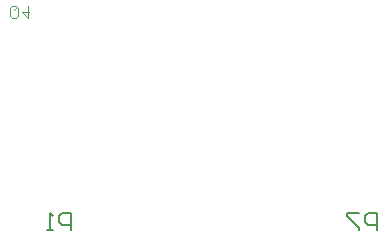
<source format=gbr>
G04*
G04 #@! TF.GenerationSoftware,Altium Limited,Altium Designer,24.1.2 (44)*
G04*
G04 Layer_Color=32896*
%FSLAX25Y25*%
%MOIN*%
G70*
G04*
G04 #@! TF.SameCoordinates,A85318EA-E4D8-42E9-B0A6-CF3BD3DAF5E5*
G04*
G04*
G04 #@! TF.FilePolarity,Positive*
G04*
G01*
G75*
%ADD16C,0.00394*%
%ADD55C,0.00591*%
D16*
X850722Y886154D02*
Y883531D01*
X850066Y882875D01*
X848754D01*
X848098Y883531D01*
Y886154D01*
X848754Y886810D01*
X850066D01*
X849410Y885499D02*
X850722Y886810D01*
X850066D02*
X850722Y886154D01*
X854002Y886810D02*
Y882875D01*
X852034Y884842D01*
X854658D01*
D55*
X868503Y812009D02*
Y817912D01*
X865551D01*
X864567Y816928D01*
Y814961D01*
X865551Y813977D01*
X868503D01*
X862599Y812009D02*
X860631D01*
X861615D01*
Y817912D01*
X862599Y816928D01*
X970353Y812009D02*
Y817912D01*
X967401D01*
X966417Y816928D01*
Y814961D01*
X967401Y813977D01*
X970353D01*
X964449Y817912D02*
X960513D01*
Y816928D01*
X964449Y812993D01*
Y812009D01*
M02*

</source>
